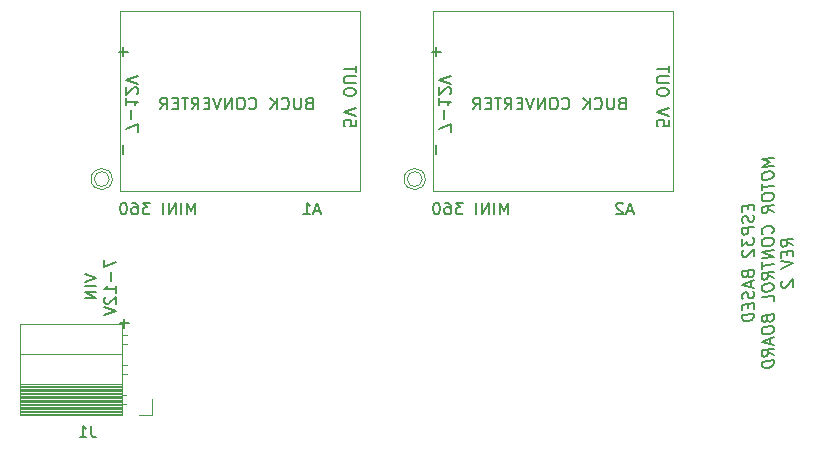
<source format=gbr>
%TF.GenerationSoftware,KiCad,Pcbnew,5.1.5+dfsg1-2build2*%
%TF.CreationDate,2020-08-25T19:56:10-04:00*%
%TF.ProjectId,esp-toy,6573702d-746f-4792-9e6b-696361645f70,rev?*%
%TF.SameCoordinates,Original*%
%TF.FileFunction,Legend,Bot*%
%TF.FilePolarity,Positive*%
%FSLAX46Y46*%
G04 Gerber Fmt 4.6, Leading zero omitted, Abs format (unit mm)*
G04 Created by KiCad (PCBNEW 5.1.5+dfsg1-2build2) date 2020-08-25 19:56:10*
%MOMM*%
%LPD*%
G04 APERTURE LIST*
%ADD10C,0.150000*%
%ADD11C,0.120000*%
G04 APERTURE END LIST*
D10*
X178778571Y-94584538D02*
X178778571Y-94917872D01*
X179302380Y-94995252D02*
X179302380Y-94519062D01*
X178302380Y-94644062D01*
X178302380Y-95120252D01*
X179254761Y-95382157D02*
X179302380Y-95519062D01*
X179302380Y-95757157D01*
X179254761Y-95858348D01*
X179207142Y-95911919D01*
X179111904Y-95971443D01*
X179016666Y-95983348D01*
X178921428Y-95947633D01*
X178873809Y-95905967D01*
X178826190Y-95816681D01*
X178778571Y-95632157D01*
X178730952Y-95542872D01*
X178683333Y-95501205D01*
X178588095Y-95465491D01*
X178492857Y-95477395D01*
X178397619Y-95536919D01*
X178350000Y-95590491D01*
X178302380Y-95691681D01*
X178302380Y-95929776D01*
X178350000Y-96066681D01*
X179302380Y-96376205D02*
X178302380Y-96501205D01*
X178302380Y-96882157D01*
X178350000Y-96971443D01*
X178397619Y-97013110D01*
X178492857Y-97048824D01*
X178635714Y-97030967D01*
X178730952Y-96971443D01*
X178778571Y-96917872D01*
X178826190Y-96816681D01*
X178826190Y-96435729D01*
X178302380Y-97405967D02*
X178302380Y-98025014D01*
X178683333Y-97644062D01*
X178683333Y-97786919D01*
X178730952Y-97876205D01*
X178778571Y-97917872D01*
X178873809Y-97953586D01*
X179111904Y-97923824D01*
X179207142Y-97864300D01*
X179254761Y-97810729D01*
X179302380Y-97709538D01*
X179302380Y-97423824D01*
X179254761Y-97334538D01*
X179207142Y-97292872D01*
X178397619Y-98394062D02*
X178350000Y-98447633D01*
X178302380Y-98548824D01*
X178302380Y-98786919D01*
X178350000Y-98876205D01*
X178397619Y-98917872D01*
X178492857Y-98953586D01*
X178588095Y-98941681D01*
X178730952Y-98876205D01*
X179302380Y-98233348D01*
X179302380Y-98852395D01*
X178778571Y-100441681D02*
X178826190Y-100578586D01*
X178873809Y-100620252D01*
X178969047Y-100655967D01*
X179111904Y-100638110D01*
X179207142Y-100578586D01*
X179254761Y-100525014D01*
X179302380Y-100423824D01*
X179302380Y-100042872D01*
X178302380Y-100167872D01*
X178302380Y-100501205D01*
X178350000Y-100590491D01*
X178397619Y-100632157D01*
X178492857Y-100667872D01*
X178588095Y-100655967D01*
X178683333Y-100596443D01*
X178730952Y-100542872D01*
X178778571Y-100441681D01*
X178778571Y-100108348D01*
X179016666Y-101030967D02*
X179016666Y-101507157D01*
X179302380Y-100900014D02*
X178302380Y-101358348D01*
X179302380Y-101566681D01*
X179254761Y-101858348D02*
X179302380Y-101995252D01*
X179302380Y-102233348D01*
X179254761Y-102334538D01*
X179207142Y-102388110D01*
X179111904Y-102447633D01*
X179016666Y-102459538D01*
X178921428Y-102423824D01*
X178873809Y-102382157D01*
X178826190Y-102292872D01*
X178778571Y-102108348D01*
X178730952Y-102019062D01*
X178683333Y-101977395D01*
X178588095Y-101941681D01*
X178492857Y-101953586D01*
X178397619Y-102013110D01*
X178350000Y-102066681D01*
X178302380Y-102167872D01*
X178302380Y-102405967D01*
X178350000Y-102542872D01*
X178778571Y-102917872D02*
X178778571Y-103251205D01*
X179302380Y-103328586D02*
X179302380Y-102852395D01*
X178302380Y-102977395D01*
X178302380Y-103453586D01*
X179302380Y-103757157D02*
X178302380Y-103882157D01*
X178302380Y-104120252D01*
X178350000Y-104257157D01*
X178445238Y-104340491D01*
X178540476Y-104376205D01*
X178730952Y-104400014D01*
X178873809Y-104382157D01*
X179064285Y-104310729D01*
X179159523Y-104251205D01*
X179254761Y-104144062D01*
X179302380Y-103995252D01*
X179302380Y-103757157D01*
X180952380Y-90566681D02*
X179952380Y-90691681D01*
X180666666Y-90935729D01*
X179952380Y-91358348D01*
X180952380Y-91233348D01*
X179952380Y-92025014D02*
X179952380Y-92215491D01*
X180000000Y-92304776D01*
X180095238Y-92388110D01*
X180285714Y-92411919D01*
X180619047Y-92370252D01*
X180809523Y-92298824D01*
X180904761Y-92191681D01*
X180952380Y-92090491D01*
X180952380Y-91900014D01*
X180904761Y-91810729D01*
X180809523Y-91727395D01*
X180619047Y-91703586D01*
X180285714Y-91745252D01*
X180095238Y-91816681D01*
X180000000Y-91923824D01*
X179952380Y-92025014D01*
X179952380Y-92739300D02*
X179952380Y-93310729D01*
X180952380Y-92900014D02*
X179952380Y-93025014D01*
X179952380Y-93834538D02*
X179952380Y-94025014D01*
X180000000Y-94114300D01*
X180095238Y-94197633D01*
X180285714Y-94221443D01*
X180619047Y-94179776D01*
X180809523Y-94108348D01*
X180904761Y-94001205D01*
X180952380Y-93900014D01*
X180952380Y-93709538D01*
X180904761Y-93620252D01*
X180809523Y-93536919D01*
X180619047Y-93513110D01*
X180285714Y-93554776D01*
X180095238Y-93626205D01*
X180000000Y-93733348D01*
X179952380Y-93834538D01*
X180952380Y-95138110D02*
X180476190Y-94864300D01*
X180952380Y-94566681D02*
X179952380Y-94691681D01*
X179952380Y-95072633D01*
X180000000Y-95161919D01*
X180047619Y-95203586D01*
X180142857Y-95239300D01*
X180285714Y-95221443D01*
X180380952Y-95161919D01*
X180428571Y-95108348D01*
X180476190Y-95007157D01*
X180476190Y-94626205D01*
X180857142Y-96911919D02*
X180904761Y-96858348D01*
X180952380Y-96709538D01*
X180952380Y-96614300D01*
X180904761Y-96477395D01*
X180809523Y-96394062D01*
X180714285Y-96358348D01*
X180523809Y-96334538D01*
X180380952Y-96352395D01*
X180190476Y-96423824D01*
X180095238Y-96483348D01*
X180000000Y-96590491D01*
X179952380Y-96739300D01*
X179952380Y-96834538D01*
X180000000Y-96971443D01*
X180047619Y-97013110D01*
X179952380Y-97644062D02*
X179952380Y-97834538D01*
X180000000Y-97923824D01*
X180095238Y-98007157D01*
X180285714Y-98030967D01*
X180619047Y-97989300D01*
X180809523Y-97917872D01*
X180904761Y-97810729D01*
X180952380Y-97709538D01*
X180952380Y-97519062D01*
X180904761Y-97429776D01*
X180809523Y-97346443D01*
X180619047Y-97322633D01*
X180285714Y-97364300D01*
X180095238Y-97435729D01*
X180000000Y-97542872D01*
X179952380Y-97644062D01*
X180952380Y-98376205D02*
X179952380Y-98501205D01*
X180952380Y-98947633D01*
X179952380Y-99072633D01*
X179952380Y-99405967D02*
X179952380Y-99977395D01*
X180952380Y-99566681D02*
X179952380Y-99691681D01*
X180952380Y-100757157D02*
X180476190Y-100483348D01*
X180952380Y-100185729D02*
X179952380Y-100310729D01*
X179952380Y-100691681D01*
X180000000Y-100780967D01*
X180047619Y-100822633D01*
X180142857Y-100858348D01*
X180285714Y-100840491D01*
X180380952Y-100780967D01*
X180428571Y-100727395D01*
X180476190Y-100626205D01*
X180476190Y-100245252D01*
X179952380Y-101501205D02*
X179952380Y-101691681D01*
X180000000Y-101780967D01*
X180095238Y-101864300D01*
X180285714Y-101888110D01*
X180619047Y-101846443D01*
X180809523Y-101775014D01*
X180904761Y-101667872D01*
X180952380Y-101566681D01*
X180952380Y-101376205D01*
X180904761Y-101286919D01*
X180809523Y-101203586D01*
X180619047Y-101179776D01*
X180285714Y-101221443D01*
X180095238Y-101292872D01*
X180000000Y-101400014D01*
X179952380Y-101501205D01*
X180952380Y-102709538D02*
X180952380Y-102233348D01*
X179952380Y-102358348D01*
X180428571Y-104203586D02*
X180476190Y-104340491D01*
X180523809Y-104382157D01*
X180619047Y-104417872D01*
X180761904Y-104400014D01*
X180857142Y-104340491D01*
X180904761Y-104286919D01*
X180952380Y-104185729D01*
X180952380Y-103804776D01*
X179952380Y-103929776D01*
X179952380Y-104263110D01*
X180000000Y-104352395D01*
X180047619Y-104394062D01*
X180142857Y-104429776D01*
X180238095Y-104417872D01*
X180333333Y-104358348D01*
X180380952Y-104304776D01*
X180428571Y-104203586D01*
X180428571Y-103870252D01*
X179952380Y-105120252D02*
X179952380Y-105310729D01*
X180000000Y-105400014D01*
X180095238Y-105483348D01*
X180285714Y-105507157D01*
X180619047Y-105465491D01*
X180809523Y-105394062D01*
X180904761Y-105286919D01*
X180952380Y-105185729D01*
X180952380Y-104995252D01*
X180904761Y-104905967D01*
X180809523Y-104822633D01*
X180619047Y-104798824D01*
X180285714Y-104840491D01*
X180095238Y-104911919D01*
X180000000Y-105019062D01*
X179952380Y-105120252D01*
X180666666Y-105840491D02*
X180666666Y-106316681D01*
X180952380Y-105709538D02*
X179952380Y-106167872D01*
X180952380Y-106376205D01*
X180952380Y-107280967D02*
X180476190Y-107007157D01*
X180952380Y-106709538D02*
X179952380Y-106834538D01*
X179952380Y-107215491D01*
X180000000Y-107304776D01*
X180047619Y-107346443D01*
X180142857Y-107382157D01*
X180285714Y-107364300D01*
X180380952Y-107304776D01*
X180428571Y-107251205D01*
X180476190Y-107150014D01*
X180476190Y-106769062D01*
X180952380Y-107709538D02*
X179952380Y-107834538D01*
X179952380Y-108072633D01*
X180000000Y-108209538D01*
X180095238Y-108292872D01*
X180190476Y-108328586D01*
X180380952Y-108352395D01*
X180523809Y-108334538D01*
X180714285Y-108263110D01*
X180809523Y-108203586D01*
X180904761Y-108096443D01*
X180952380Y-107947633D01*
X180952380Y-107709538D01*
X182602380Y-97971443D02*
X182126190Y-97697633D01*
X182602380Y-97400014D02*
X181602380Y-97525014D01*
X181602380Y-97905967D01*
X181650000Y-97995252D01*
X181697619Y-98036919D01*
X181792857Y-98072633D01*
X181935714Y-98054776D01*
X182030952Y-97995252D01*
X182078571Y-97941681D01*
X182126190Y-97840491D01*
X182126190Y-97459538D01*
X182078571Y-98465491D02*
X182078571Y-98798824D01*
X182602380Y-98876205D02*
X182602380Y-98400014D01*
X181602380Y-98525014D01*
X181602380Y-99001205D01*
X181602380Y-99286919D02*
X182602380Y-99495252D01*
X181602380Y-99953586D01*
X181697619Y-100989300D02*
X181650000Y-101042872D01*
X181602380Y-101144062D01*
X181602380Y-101382157D01*
X181650000Y-101471443D01*
X181697619Y-101513110D01*
X181792857Y-101548824D01*
X181888095Y-101536919D01*
X182030952Y-101471443D01*
X182602380Y-100828586D01*
X182602380Y-101447633D01*
X122627380Y-100404761D02*
X123627380Y-100738095D01*
X122627380Y-101071428D01*
X123627380Y-101404761D02*
X122627380Y-101404761D01*
X123627380Y-101880952D02*
X122627380Y-101880952D01*
X123627380Y-102452380D01*
X122627380Y-102452380D01*
X124277380Y-99166666D02*
X124277380Y-99833333D01*
X125277380Y-99404761D01*
X124896428Y-100214285D02*
X124896428Y-100976190D01*
X125277380Y-101976190D02*
X125277380Y-101404761D01*
X125277380Y-101690476D02*
X124277380Y-101690476D01*
X124420238Y-101595238D01*
X124515476Y-101500000D01*
X124563095Y-101404761D01*
X124372619Y-102357142D02*
X124325000Y-102404761D01*
X124277380Y-102500000D01*
X124277380Y-102738095D01*
X124325000Y-102833333D01*
X124372619Y-102880952D01*
X124467857Y-102928571D01*
X124563095Y-102928571D01*
X124705952Y-102880952D01*
X125277380Y-102309523D01*
X125277380Y-102928571D01*
X124277380Y-103214285D02*
X125277380Y-103547619D01*
X124277380Y-103880952D01*
D11*
%TO.C,A2*%
X151205000Y-92350000D02*
G75*
G03X151205000Y-92350000I-635000J0D01*
G01*
X151468026Y-92350000D02*
G75*
G03X151468026Y-92350000I-898026J0D01*
G01*
X152094000Y-78126000D02*
X152094000Y-93366000D01*
X172414000Y-78126000D02*
X152094000Y-78126000D01*
X172414000Y-93366000D02*
X172414000Y-78126000D01*
X152094000Y-93366000D02*
X172414000Y-93366000D01*
X151205000Y-92350000D02*
G75*
G03X151205000Y-92350000I-635000J0D01*
G01*
%TO.C,A1*%
X124705000Y-92350000D02*
G75*
G03X124705000Y-92350000I-635000J0D01*
G01*
X124968026Y-92350000D02*
G75*
G03X124968026Y-92350000I-898026J0D01*
G01*
X125594000Y-78126000D02*
X125594000Y-93366000D01*
X145914000Y-78126000D02*
X125594000Y-78126000D01*
X145914000Y-93366000D02*
X145914000Y-78126000D01*
X125594000Y-93366000D02*
X145914000Y-93366000D01*
X124705000Y-92350000D02*
G75*
G03X124705000Y-92350000I-635000J0D01*
G01*
%TO.C,J1*%
X127250000Y-112330000D02*
X128360000Y-112330000D01*
X128360000Y-112330000D02*
X128360000Y-111000000D01*
X117160000Y-112330000D02*
X117160000Y-104590000D01*
X117160000Y-104590000D02*
X125790000Y-104590000D01*
X125790000Y-112330000D02*
X125790000Y-104590000D01*
X117160000Y-112330000D02*
X125790000Y-112330000D01*
X117160000Y-107190000D02*
X125790000Y-107190000D01*
X117160000Y-109730000D02*
X125790000Y-109730000D01*
X125790000Y-105560000D02*
X126200000Y-105560000D01*
X125790000Y-106280000D02*
X126200000Y-106280000D01*
X125790000Y-108100000D02*
X126200000Y-108100000D01*
X125790000Y-108820000D02*
X126200000Y-108820000D01*
X125790000Y-110640000D02*
X126140000Y-110640000D01*
X125790000Y-111360000D02*
X126140000Y-111360000D01*
X117160000Y-109848100D02*
X125790000Y-109848100D01*
X117160000Y-109966195D02*
X125790000Y-109966195D01*
X117160000Y-110084290D02*
X125790000Y-110084290D01*
X117160000Y-110202385D02*
X125790000Y-110202385D01*
X117160000Y-110320480D02*
X125790000Y-110320480D01*
X117160000Y-110438575D02*
X125790000Y-110438575D01*
X117160000Y-110556670D02*
X125790000Y-110556670D01*
X117160000Y-110674765D02*
X125790000Y-110674765D01*
X117160000Y-110792860D02*
X125790000Y-110792860D01*
X117160000Y-110910955D02*
X125790000Y-110910955D01*
X117160000Y-111029050D02*
X125790000Y-111029050D01*
X117160000Y-111147145D02*
X125790000Y-111147145D01*
X117160000Y-111265240D02*
X125790000Y-111265240D01*
X117160000Y-111383335D02*
X125790000Y-111383335D01*
X117160000Y-111501430D02*
X125790000Y-111501430D01*
X117160000Y-111619525D02*
X125790000Y-111619525D01*
X117160000Y-111737620D02*
X125790000Y-111737620D01*
X117160000Y-111855715D02*
X125790000Y-111855715D01*
X117160000Y-111973810D02*
X125790000Y-111973810D01*
X117160000Y-112091905D02*
X125790000Y-112091905D01*
X117160000Y-112210000D02*
X125790000Y-112210000D01*
%TO.C,A2*%
D10*
X169064285Y-95056666D02*
X168588095Y-95056666D01*
X169159523Y-95342380D02*
X168826190Y-94342380D01*
X168492857Y-95342380D01*
X168207142Y-94437619D02*
X168159523Y-94390000D01*
X168064285Y-94342380D01*
X167826190Y-94342380D01*
X167730952Y-94390000D01*
X167683333Y-94437619D01*
X167635714Y-94532857D01*
X167635714Y-94628095D01*
X167683333Y-94770952D01*
X168254761Y-95342380D01*
X167635714Y-95342380D01*
X168095238Y-85928571D02*
X167952380Y-85976190D01*
X167904761Y-86023809D01*
X167857142Y-86119047D01*
X167857142Y-86261904D01*
X167904761Y-86357142D01*
X167952380Y-86404761D01*
X168047619Y-86452380D01*
X168428571Y-86452380D01*
X168428571Y-85452380D01*
X168095238Y-85452380D01*
X168000000Y-85500000D01*
X167952380Y-85547619D01*
X167904761Y-85642857D01*
X167904761Y-85738095D01*
X167952380Y-85833333D01*
X168000000Y-85880952D01*
X168095238Y-85928571D01*
X168428571Y-85928571D01*
X167428571Y-85452380D02*
X167428571Y-86261904D01*
X167380952Y-86357142D01*
X167333333Y-86404761D01*
X167238095Y-86452380D01*
X167047619Y-86452380D01*
X166952380Y-86404761D01*
X166904761Y-86357142D01*
X166857142Y-86261904D01*
X166857142Y-85452380D01*
X165809523Y-86357142D02*
X165857142Y-86404761D01*
X166000000Y-86452380D01*
X166095238Y-86452380D01*
X166238095Y-86404761D01*
X166333333Y-86309523D01*
X166380952Y-86214285D01*
X166428571Y-86023809D01*
X166428571Y-85880952D01*
X166380952Y-85690476D01*
X166333333Y-85595238D01*
X166238095Y-85500000D01*
X166095238Y-85452380D01*
X166000000Y-85452380D01*
X165857142Y-85500000D01*
X165809523Y-85547619D01*
X165380952Y-86452380D02*
X165380952Y-85452380D01*
X164809523Y-86452380D02*
X165238095Y-85880952D01*
X164809523Y-85452380D02*
X165380952Y-86023809D01*
X163047619Y-86357142D02*
X163095238Y-86404761D01*
X163238095Y-86452380D01*
X163333333Y-86452380D01*
X163476190Y-86404761D01*
X163571428Y-86309523D01*
X163619047Y-86214285D01*
X163666666Y-86023809D01*
X163666666Y-85880952D01*
X163619047Y-85690476D01*
X163571428Y-85595238D01*
X163476190Y-85500000D01*
X163333333Y-85452380D01*
X163238095Y-85452380D01*
X163095238Y-85500000D01*
X163047619Y-85547619D01*
X162428571Y-85452380D02*
X162238095Y-85452380D01*
X162142857Y-85500000D01*
X162047619Y-85595238D01*
X162000000Y-85785714D01*
X162000000Y-86119047D01*
X162047619Y-86309523D01*
X162142857Y-86404761D01*
X162238095Y-86452380D01*
X162428571Y-86452380D01*
X162523809Y-86404761D01*
X162619047Y-86309523D01*
X162666666Y-86119047D01*
X162666666Y-85785714D01*
X162619047Y-85595238D01*
X162523809Y-85500000D01*
X162428571Y-85452380D01*
X161571428Y-86452380D02*
X161571428Y-85452380D01*
X161000000Y-86452380D01*
X161000000Y-85452380D01*
X160666666Y-85452380D02*
X160333333Y-86452380D01*
X160000000Y-85452380D01*
X159666666Y-85928571D02*
X159333333Y-85928571D01*
X159190476Y-86452380D02*
X159666666Y-86452380D01*
X159666666Y-85452380D01*
X159190476Y-85452380D01*
X158190476Y-86452380D02*
X158523809Y-85976190D01*
X158761904Y-86452380D02*
X158761904Y-85452380D01*
X158380952Y-85452380D01*
X158285714Y-85500000D01*
X158238095Y-85547619D01*
X158190476Y-85642857D01*
X158190476Y-85785714D01*
X158238095Y-85880952D01*
X158285714Y-85928571D01*
X158380952Y-85976190D01*
X158761904Y-85976190D01*
X157904761Y-85452380D02*
X157333333Y-85452380D01*
X157619047Y-86452380D02*
X157619047Y-85452380D01*
X157000000Y-85928571D02*
X156666666Y-85928571D01*
X156523809Y-86452380D02*
X157000000Y-86452380D01*
X157000000Y-85452380D01*
X156523809Y-85452380D01*
X155523809Y-86452380D02*
X155857142Y-85976190D01*
X156095238Y-86452380D02*
X156095238Y-85452380D01*
X155714285Y-85452380D01*
X155619047Y-85500000D01*
X155571428Y-85547619D01*
X155523809Y-85642857D01*
X155523809Y-85785714D01*
X155571428Y-85880952D01*
X155619047Y-85928571D01*
X155714285Y-85976190D01*
X156095238Y-85976190D01*
X158461309Y-95342380D02*
X158461309Y-94342380D01*
X158127976Y-95056666D01*
X157794642Y-94342380D01*
X157794642Y-95342380D01*
X157318452Y-95342380D02*
X157318452Y-94342380D01*
X156842261Y-95342380D02*
X156842261Y-94342380D01*
X156270833Y-95342380D01*
X156270833Y-94342380D01*
X155794642Y-95342380D02*
X155794642Y-94342380D01*
X154651785Y-94342380D02*
X154032738Y-94342380D01*
X154366071Y-94723333D01*
X154223214Y-94723333D01*
X154127976Y-94770952D01*
X154080357Y-94818571D01*
X154032738Y-94913809D01*
X154032738Y-95151904D01*
X154080357Y-95247142D01*
X154127976Y-95294761D01*
X154223214Y-95342380D01*
X154508928Y-95342380D01*
X154604166Y-95294761D01*
X154651785Y-95247142D01*
X153175595Y-94342380D02*
X153366071Y-94342380D01*
X153461309Y-94390000D01*
X153508928Y-94437619D01*
X153604166Y-94580476D01*
X153651785Y-94770952D01*
X153651785Y-95151904D01*
X153604166Y-95247142D01*
X153556547Y-95294761D01*
X153461309Y-95342380D01*
X153270833Y-95342380D01*
X153175595Y-95294761D01*
X153127976Y-95247142D01*
X153080357Y-95151904D01*
X153080357Y-94913809D01*
X153127976Y-94818571D01*
X153175595Y-94770952D01*
X153270833Y-94723333D01*
X153461309Y-94723333D01*
X153556547Y-94770952D01*
X153604166Y-94818571D01*
X153651785Y-94913809D01*
X152461309Y-94342380D02*
X152366071Y-94342380D01*
X152270833Y-94390000D01*
X152223214Y-94437619D01*
X152175595Y-94532857D01*
X152127976Y-94723333D01*
X152127976Y-94961428D01*
X152175595Y-95151904D01*
X152223214Y-95247142D01*
X152270833Y-95294761D01*
X152366071Y-95342380D01*
X152461309Y-95342380D01*
X152556547Y-95294761D01*
X152604166Y-95247142D01*
X152651785Y-95151904D01*
X152699404Y-94961428D01*
X152699404Y-94723333D01*
X152651785Y-94532857D01*
X152604166Y-94437619D01*
X152556547Y-94390000D01*
X152461309Y-94342380D01*
X152403571Y-81935952D02*
X152403571Y-81174047D01*
X152022619Y-81555000D02*
X152784523Y-81555000D01*
X152403571Y-90190952D02*
X152403571Y-89429047D01*
X172072619Y-87365000D02*
X172072619Y-87841190D01*
X171596428Y-87888809D01*
X171644047Y-87841190D01*
X171691666Y-87745952D01*
X171691666Y-87507857D01*
X171644047Y-87412619D01*
X171596428Y-87365000D01*
X171501190Y-87317380D01*
X171263095Y-87317380D01*
X171167857Y-87365000D01*
X171120238Y-87412619D01*
X171072619Y-87507857D01*
X171072619Y-87745952D01*
X171120238Y-87841190D01*
X171167857Y-87888809D01*
X172072619Y-87031666D02*
X171072619Y-86698333D01*
X172072619Y-86365000D01*
X172072619Y-85079285D02*
X172072619Y-84888809D01*
X172025000Y-84793571D01*
X171929761Y-84698333D01*
X171739285Y-84650714D01*
X171405952Y-84650714D01*
X171215476Y-84698333D01*
X171120238Y-84793571D01*
X171072619Y-84888809D01*
X171072619Y-85079285D01*
X171120238Y-85174523D01*
X171215476Y-85269761D01*
X171405952Y-85317380D01*
X171739285Y-85317380D01*
X171929761Y-85269761D01*
X172025000Y-85174523D01*
X172072619Y-85079285D01*
X172072619Y-84222142D02*
X171263095Y-84222142D01*
X171167857Y-84174523D01*
X171120238Y-84126904D01*
X171072619Y-84031666D01*
X171072619Y-83841190D01*
X171120238Y-83745952D01*
X171167857Y-83698333D01*
X171263095Y-83650714D01*
X172072619Y-83650714D01*
X172072619Y-83317380D02*
X172072619Y-82745952D01*
X171072619Y-83031666D02*
X172072619Y-83031666D01*
X152403571Y-81935952D02*
X152403571Y-81174047D01*
X152022619Y-81555000D02*
X152784523Y-81555000D01*
X152403571Y-90190952D02*
X152403571Y-89429047D01*
X153657619Y-88333333D02*
X153657619Y-87666666D01*
X152657619Y-88095238D01*
X153038571Y-87285714D02*
X153038571Y-86523809D01*
X152657619Y-85523809D02*
X152657619Y-86095238D01*
X152657619Y-85809523D02*
X153657619Y-85809523D01*
X153514761Y-85904761D01*
X153419523Y-86000000D01*
X153371904Y-86095238D01*
X153562380Y-85142857D02*
X153610000Y-85095238D01*
X153657619Y-85000000D01*
X153657619Y-84761904D01*
X153610000Y-84666666D01*
X153562380Y-84619047D01*
X153467142Y-84571428D01*
X153371904Y-84571428D01*
X153229047Y-84619047D01*
X152657619Y-85190476D01*
X152657619Y-84571428D01*
X153657619Y-84285714D02*
X152657619Y-83952380D01*
X153657619Y-83619047D01*
%TO.C,A1*%
X142564285Y-95056666D02*
X142088095Y-95056666D01*
X142659523Y-95342380D02*
X142326190Y-94342380D01*
X141992857Y-95342380D01*
X141135714Y-95342380D02*
X141707142Y-95342380D01*
X141421428Y-95342380D02*
X141421428Y-94342380D01*
X141516666Y-94485238D01*
X141611904Y-94580476D01*
X141707142Y-94628095D01*
X141595238Y-85928571D02*
X141452380Y-85976190D01*
X141404761Y-86023809D01*
X141357142Y-86119047D01*
X141357142Y-86261904D01*
X141404761Y-86357142D01*
X141452380Y-86404761D01*
X141547619Y-86452380D01*
X141928571Y-86452380D01*
X141928571Y-85452380D01*
X141595238Y-85452380D01*
X141500000Y-85500000D01*
X141452380Y-85547619D01*
X141404761Y-85642857D01*
X141404761Y-85738095D01*
X141452380Y-85833333D01*
X141500000Y-85880952D01*
X141595238Y-85928571D01*
X141928571Y-85928571D01*
X140928571Y-85452380D02*
X140928571Y-86261904D01*
X140880952Y-86357142D01*
X140833333Y-86404761D01*
X140738095Y-86452380D01*
X140547619Y-86452380D01*
X140452380Y-86404761D01*
X140404761Y-86357142D01*
X140357142Y-86261904D01*
X140357142Y-85452380D01*
X139309523Y-86357142D02*
X139357142Y-86404761D01*
X139500000Y-86452380D01*
X139595238Y-86452380D01*
X139738095Y-86404761D01*
X139833333Y-86309523D01*
X139880952Y-86214285D01*
X139928571Y-86023809D01*
X139928571Y-85880952D01*
X139880952Y-85690476D01*
X139833333Y-85595238D01*
X139738095Y-85500000D01*
X139595238Y-85452380D01*
X139500000Y-85452380D01*
X139357142Y-85500000D01*
X139309523Y-85547619D01*
X138880952Y-86452380D02*
X138880952Y-85452380D01*
X138309523Y-86452380D02*
X138738095Y-85880952D01*
X138309523Y-85452380D02*
X138880952Y-86023809D01*
X136547619Y-86357142D02*
X136595238Y-86404761D01*
X136738095Y-86452380D01*
X136833333Y-86452380D01*
X136976190Y-86404761D01*
X137071428Y-86309523D01*
X137119047Y-86214285D01*
X137166666Y-86023809D01*
X137166666Y-85880952D01*
X137119047Y-85690476D01*
X137071428Y-85595238D01*
X136976190Y-85500000D01*
X136833333Y-85452380D01*
X136738095Y-85452380D01*
X136595238Y-85500000D01*
X136547619Y-85547619D01*
X135928571Y-85452380D02*
X135738095Y-85452380D01*
X135642857Y-85500000D01*
X135547619Y-85595238D01*
X135500000Y-85785714D01*
X135500000Y-86119047D01*
X135547619Y-86309523D01*
X135642857Y-86404761D01*
X135738095Y-86452380D01*
X135928571Y-86452380D01*
X136023809Y-86404761D01*
X136119047Y-86309523D01*
X136166666Y-86119047D01*
X136166666Y-85785714D01*
X136119047Y-85595238D01*
X136023809Y-85500000D01*
X135928571Y-85452380D01*
X135071428Y-86452380D02*
X135071428Y-85452380D01*
X134500000Y-86452380D01*
X134500000Y-85452380D01*
X134166666Y-85452380D02*
X133833333Y-86452380D01*
X133500000Y-85452380D01*
X133166666Y-85928571D02*
X132833333Y-85928571D01*
X132690476Y-86452380D02*
X133166666Y-86452380D01*
X133166666Y-85452380D01*
X132690476Y-85452380D01*
X131690476Y-86452380D02*
X132023809Y-85976190D01*
X132261904Y-86452380D02*
X132261904Y-85452380D01*
X131880952Y-85452380D01*
X131785714Y-85500000D01*
X131738095Y-85547619D01*
X131690476Y-85642857D01*
X131690476Y-85785714D01*
X131738095Y-85880952D01*
X131785714Y-85928571D01*
X131880952Y-85976190D01*
X132261904Y-85976190D01*
X131404761Y-85452380D02*
X130833333Y-85452380D01*
X131119047Y-86452380D02*
X131119047Y-85452380D01*
X130500000Y-85928571D02*
X130166666Y-85928571D01*
X130023809Y-86452380D02*
X130500000Y-86452380D01*
X130500000Y-85452380D01*
X130023809Y-85452380D01*
X129023809Y-86452380D02*
X129357142Y-85976190D01*
X129595238Y-86452380D02*
X129595238Y-85452380D01*
X129214285Y-85452380D01*
X129119047Y-85500000D01*
X129071428Y-85547619D01*
X129023809Y-85642857D01*
X129023809Y-85785714D01*
X129071428Y-85880952D01*
X129119047Y-85928571D01*
X129214285Y-85976190D01*
X129595238Y-85976190D01*
X131961309Y-95342380D02*
X131961309Y-94342380D01*
X131627976Y-95056666D01*
X131294642Y-94342380D01*
X131294642Y-95342380D01*
X130818452Y-95342380D02*
X130818452Y-94342380D01*
X130342261Y-95342380D02*
X130342261Y-94342380D01*
X129770833Y-95342380D01*
X129770833Y-94342380D01*
X129294642Y-95342380D02*
X129294642Y-94342380D01*
X128151785Y-94342380D02*
X127532738Y-94342380D01*
X127866071Y-94723333D01*
X127723214Y-94723333D01*
X127627976Y-94770952D01*
X127580357Y-94818571D01*
X127532738Y-94913809D01*
X127532738Y-95151904D01*
X127580357Y-95247142D01*
X127627976Y-95294761D01*
X127723214Y-95342380D01*
X128008928Y-95342380D01*
X128104166Y-95294761D01*
X128151785Y-95247142D01*
X126675595Y-94342380D02*
X126866071Y-94342380D01*
X126961309Y-94390000D01*
X127008928Y-94437619D01*
X127104166Y-94580476D01*
X127151785Y-94770952D01*
X127151785Y-95151904D01*
X127104166Y-95247142D01*
X127056547Y-95294761D01*
X126961309Y-95342380D01*
X126770833Y-95342380D01*
X126675595Y-95294761D01*
X126627976Y-95247142D01*
X126580357Y-95151904D01*
X126580357Y-94913809D01*
X126627976Y-94818571D01*
X126675595Y-94770952D01*
X126770833Y-94723333D01*
X126961309Y-94723333D01*
X127056547Y-94770952D01*
X127104166Y-94818571D01*
X127151785Y-94913809D01*
X125961309Y-94342380D02*
X125866071Y-94342380D01*
X125770833Y-94390000D01*
X125723214Y-94437619D01*
X125675595Y-94532857D01*
X125627976Y-94723333D01*
X125627976Y-94961428D01*
X125675595Y-95151904D01*
X125723214Y-95247142D01*
X125770833Y-95294761D01*
X125866071Y-95342380D01*
X125961309Y-95342380D01*
X126056547Y-95294761D01*
X126104166Y-95247142D01*
X126151785Y-95151904D01*
X126199404Y-94961428D01*
X126199404Y-94723333D01*
X126151785Y-94532857D01*
X126104166Y-94437619D01*
X126056547Y-94390000D01*
X125961309Y-94342380D01*
X125903571Y-81935952D02*
X125903571Y-81174047D01*
X125522619Y-81555000D02*
X126284523Y-81555000D01*
X125903571Y-90190952D02*
X125903571Y-89429047D01*
X145572619Y-87365000D02*
X145572619Y-87841190D01*
X145096428Y-87888809D01*
X145144047Y-87841190D01*
X145191666Y-87745952D01*
X145191666Y-87507857D01*
X145144047Y-87412619D01*
X145096428Y-87365000D01*
X145001190Y-87317380D01*
X144763095Y-87317380D01*
X144667857Y-87365000D01*
X144620238Y-87412619D01*
X144572619Y-87507857D01*
X144572619Y-87745952D01*
X144620238Y-87841190D01*
X144667857Y-87888809D01*
X145572619Y-87031666D02*
X144572619Y-86698333D01*
X145572619Y-86365000D01*
X145572619Y-85079285D02*
X145572619Y-84888809D01*
X145525000Y-84793571D01*
X145429761Y-84698333D01*
X145239285Y-84650714D01*
X144905952Y-84650714D01*
X144715476Y-84698333D01*
X144620238Y-84793571D01*
X144572619Y-84888809D01*
X144572619Y-85079285D01*
X144620238Y-85174523D01*
X144715476Y-85269761D01*
X144905952Y-85317380D01*
X145239285Y-85317380D01*
X145429761Y-85269761D01*
X145525000Y-85174523D01*
X145572619Y-85079285D01*
X145572619Y-84222142D02*
X144763095Y-84222142D01*
X144667857Y-84174523D01*
X144620238Y-84126904D01*
X144572619Y-84031666D01*
X144572619Y-83841190D01*
X144620238Y-83745952D01*
X144667857Y-83698333D01*
X144763095Y-83650714D01*
X145572619Y-83650714D01*
X145572619Y-83317380D02*
X145572619Y-82745952D01*
X144572619Y-83031666D02*
X145572619Y-83031666D01*
X125903571Y-81935952D02*
X125903571Y-81174047D01*
X125522619Y-81555000D02*
X126284523Y-81555000D01*
X125903571Y-90190952D02*
X125903571Y-89429047D01*
X127157619Y-88333333D02*
X127157619Y-87666666D01*
X126157619Y-88095238D01*
X126538571Y-87285714D02*
X126538571Y-86523809D01*
X126157619Y-85523809D02*
X126157619Y-86095238D01*
X126157619Y-85809523D02*
X127157619Y-85809523D01*
X127014761Y-85904761D01*
X126919523Y-86000000D01*
X126871904Y-86095238D01*
X127062380Y-85142857D02*
X127110000Y-85095238D01*
X127157619Y-85000000D01*
X127157619Y-84761904D01*
X127110000Y-84666666D01*
X127062380Y-84619047D01*
X126967142Y-84571428D01*
X126871904Y-84571428D01*
X126729047Y-84619047D01*
X126157619Y-85190476D01*
X126157619Y-84571428D01*
X127157619Y-84285714D02*
X126157619Y-83952380D01*
X127157619Y-83619047D01*
%TO.C,J1*%
X123203333Y-113222380D02*
X123203333Y-113936666D01*
X123250952Y-114079523D01*
X123346190Y-114174761D01*
X123489047Y-114222380D01*
X123584285Y-114222380D01*
X122203333Y-114222380D02*
X122774761Y-114222380D01*
X122489047Y-114222380D02*
X122489047Y-113222380D01*
X122584285Y-113365238D01*
X122679523Y-113460476D01*
X122774761Y-113508095D01*
X126380952Y-104571428D02*
X125619047Y-104571428D01*
X126000000Y-104952380D02*
X126000000Y-104190476D01*
%TD*%
M02*

</source>
